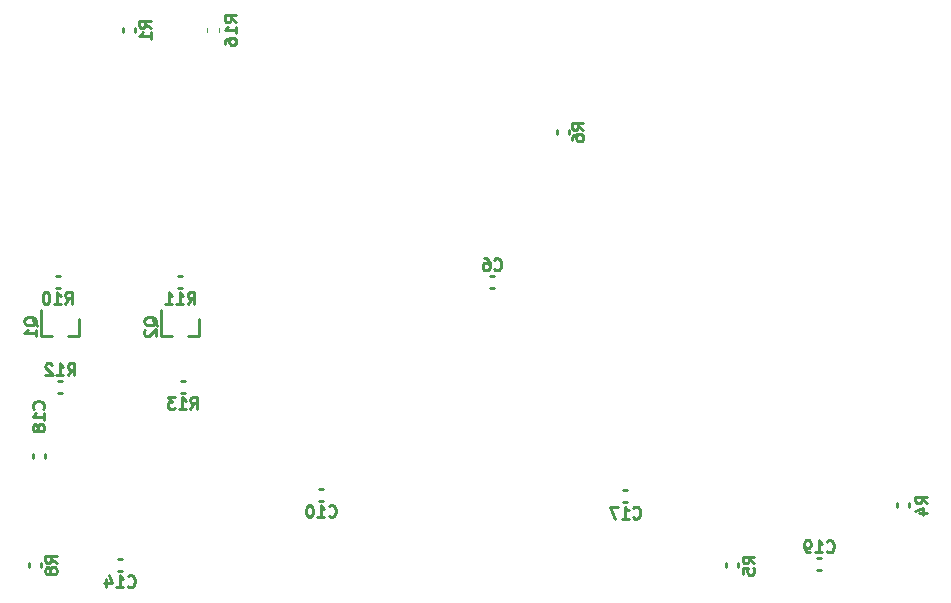
<source format=gbr>
G04 #@! TF.GenerationSoftware,KiCad,Pcbnew,(5.1.5)-3*
G04 #@! TF.CreationDate,2020-05-18T19:59:14+02:00*
G04 #@! TF.ProjectId,PONG_Display,504f4e47-5f44-4697-9370-6c61792e6b69,rev?*
G04 #@! TF.SameCoordinates,Original*
G04 #@! TF.FileFunction,Legend,Bot*
G04 #@! TF.FilePolarity,Positive*
%FSLAX46Y46*%
G04 Gerber Fmt 4.6, Leading zero omitted, Abs format (unit mm)*
G04 Created by KiCad (PCBNEW (5.1.5)-3) date 2020-05-18 19:59:14*
%MOMM*%
%LPD*%
G04 APERTURE LIST*
%ADD10C,0.220000*%
%ADD11C,0.120000*%
%ADD12C,0.250000*%
G04 APERTURE END LIST*
D10*
X35388733Y-47750000D02*
X35731267Y-47750000D01*
X35388733Y-48770000D02*
X35731267Y-48770000D01*
X31752000Y-26752733D02*
X31752000Y-27095267D01*
X30732000Y-26752733D02*
X30732000Y-27095267D01*
X26980000Y-52830000D02*
X26980000Y-51370000D01*
X23820000Y-52830000D02*
X23820000Y-50670000D01*
X23820000Y-52830000D02*
X24750000Y-52830000D01*
X26980000Y-52830000D02*
X26050000Y-52830000D01*
X37140000Y-52830000D02*
X36210000Y-52830000D01*
X33980000Y-52830000D02*
X34910000Y-52830000D01*
X33980000Y-52830000D02*
X33980000Y-50670000D01*
X37140000Y-52830000D02*
X37140000Y-51370000D01*
X62147267Y-48770000D02*
X61804733Y-48770000D01*
X62147267Y-47750000D02*
X61804733Y-47750000D01*
X47326733Y-65784000D02*
X47669267Y-65784000D01*
X47326733Y-66804000D02*
X47669267Y-66804000D01*
X30294733Y-71722000D02*
X30637267Y-71722000D01*
X30294733Y-72742000D02*
X30637267Y-72742000D01*
X73093733Y-66931000D02*
X73436267Y-66931000D01*
X73093733Y-65911000D02*
X73436267Y-65911000D01*
X23112000Y-63163267D02*
X23112000Y-62820733D01*
X24132000Y-63163267D02*
X24132000Y-62820733D01*
X89819267Y-71626000D02*
X89476733Y-71626000D01*
X89819267Y-72646000D02*
X89476733Y-72646000D01*
X97284000Y-67011733D02*
X97284000Y-67354267D01*
X96264000Y-67011733D02*
X96264000Y-67354267D01*
X82806000Y-72434267D02*
X82806000Y-72091733D01*
X81786000Y-72434267D02*
X81786000Y-72091733D01*
X68455000Y-35388733D02*
X68455000Y-35731267D01*
X67435000Y-35388733D02*
X67435000Y-35731267D01*
X23751000Y-72403267D02*
X23751000Y-72060733D01*
X22731000Y-72403267D02*
X22731000Y-72060733D01*
X25011233Y-48770000D02*
X25353767Y-48770000D01*
X25011233Y-47750000D02*
X25353767Y-47750000D01*
X25571267Y-56640000D02*
X25228733Y-56640000D01*
X25571267Y-57660000D02*
X25228733Y-57660000D01*
X35606233Y-57660000D02*
X35948767Y-57660000D01*
X35606233Y-56640000D02*
X35948767Y-56640000D01*
D11*
X38864000Y-27095267D02*
X38864000Y-26752733D01*
X37844000Y-27095267D02*
X37844000Y-26752733D01*
D12*
X36202857Y-50142380D02*
X36536190Y-49666190D01*
X36774285Y-50142380D02*
X36774285Y-49142380D01*
X36393333Y-49142380D01*
X36298095Y-49190000D01*
X36250476Y-49237619D01*
X36202857Y-49332857D01*
X36202857Y-49475714D01*
X36250476Y-49570952D01*
X36298095Y-49618571D01*
X36393333Y-49666190D01*
X36774285Y-49666190D01*
X35250476Y-50142380D02*
X35821904Y-50142380D01*
X35536190Y-50142380D02*
X35536190Y-49142380D01*
X35631428Y-49285238D01*
X35726666Y-49380476D01*
X35821904Y-49428095D01*
X34298095Y-50142380D02*
X34869523Y-50142380D01*
X34583809Y-50142380D02*
X34583809Y-49142380D01*
X34679047Y-49285238D01*
X34774285Y-49380476D01*
X34869523Y-49428095D01*
X33091380Y-26757333D02*
X32615190Y-26424000D01*
X33091380Y-26185904D02*
X32091380Y-26185904D01*
X32091380Y-26566857D01*
X32139000Y-26662095D01*
X32186619Y-26709714D01*
X32281857Y-26757333D01*
X32424714Y-26757333D01*
X32519952Y-26709714D01*
X32567571Y-26662095D01*
X32615190Y-26566857D01*
X32615190Y-26185904D01*
X33091380Y-27709714D02*
X33091380Y-27138285D01*
X33091380Y-27424000D02*
X32091380Y-27424000D01*
X32234238Y-27328761D01*
X32329476Y-27233523D01*
X32377095Y-27138285D01*
X23447619Y-51974761D02*
X23400000Y-51879523D01*
X23304761Y-51784285D01*
X23161904Y-51641428D01*
X23114285Y-51546190D01*
X23114285Y-51450952D01*
X23352380Y-51498571D02*
X23304761Y-51403333D01*
X23209523Y-51308095D01*
X23019047Y-51260476D01*
X22685714Y-51260476D01*
X22495238Y-51308095D01*
X22400000Y-51403333D01*
X22352380Y-51498571D01*
X22352380Y-51689047D01*
X22400000Y-51784285D01*
X22495238Y-51879523D01*
X22685714Y-51927142D01*
X23019047Y-51927142D01*
X23209523Y-51879523D01*
X23304761Y-51784285D01*
X23352380Y-51689047D01*
X23352380Y-51498571D01*
X23352380Y-52879523D02*
X23352380Y-52308095D01*
X23352380Y-52593809D02*
X22352380Y-52593809D01*
X22495238Y-52498571D01*
X22590476Y-52403333D01*
X22638095Y-52308095D01*
X33607619Y-51974761D02*
X33560000Y-51879523D01*
X33464761Y-51784285D01*
X33321904Y-51641428D01*
X33274285Y-51546190D01*
X33274285Y-51450952D01*
X33512380Y-51498571D02*
X33464761Y-51403333D01*
X33369523Y-51308095D01*
X33179047Y-51260476D01*
X32845714Y-51260476D01*
X32655238Y-51308095D01*
X32560000Y-51403333D01*
X32512380Y-51498571D01*
X32512380Y-51689047D01*
X32560000Y-51784285D01*
X32655238Y-51879523D01*
X32845714Y-51927142D01*
X33179047Y-51927142D01*
X33369523Y-51879523D01*
X33464761Y-51784285D01*
X33512380Y-51689047D01*
X33512380Y-51498571D01*
X32607619Y-52308095D02*
X32560000Y-52355714D01*
X32512380Y-52450952D01*
X32512380Y-52689047D01*
X32560000Y-52784285D01*
X32607619Y-52831904D01*
X32702857Y-52879523D01*
X32798095Y-52879523D01*
X32940952Y-52831904D01*
X33512380Y-52260476D01*
X33512380Y-52879523D01*
X62142666Y-47187142D02*
X62190285Y-47234761D01*
X62333142Y-47282380D01*
X62428380Y-47282380D01*
X62571238Y-47234761D01*
X62666476Y-47139523D01*
X62714095Y-47044285D01*
X62761714Y-46853809D01*
X62761714Y-46710952D01*
X62714095Y-46520476D01*
X62666476Y-46425238D01*
X62571238Y-46330000D01*
X62428380Y-46282380D01*
X62333142Y-46282380D01*
X62190285Y-46330000D01*
X62142666Y-46377619D01*
X61285523Y-46282380D02*
X61476000Y-46282380D01*
X61571238Y-46330000D01*
X61618857Y-46377619D01*
X61714095Y-46520476D01*
X61761714Y-46710952D01*
X61761714Y-47091904D01*
X61714095Y-47187142D01*
X61666476Y-47234761D01*
X61571238Y-47282380D01*
X61380761Y-47282380D01*
X61285523Y-47234761D01*
X61237904Y-47187142D01*
X61190285Y-47091904D01*
X61190285Y-46853809D01*
X61237904Y-46758571D01*
X61285523Y-46710952D01*
X61380761Y-46663333D01*
X61571238Y-46663333D01*
X61666476Y-46710952D01*
X61714095Y-46758571D01*
X61761714Y-46853809D01*
X48140857Y-68081142D02*
X48188476Y-68128761D01*
X48331333Y-68176380D01*
X48426571Y-68176380D01*
X48569428Y-68128761D01*
X48664666Y-68033523D01*
X48712285Y-67938285D01*
X48759904Y-67747809D01*
X48759904Y-67604952D01*
X48712285Y-67414476D01*
X48664666Y-67319238D01*
X48569428Y-67224000D01*
X48426571Y-67176380D01*
X48331333Y-67176380D01*
X48188476Y-67224000D01*
X48140857Y-67271619D01*
X47188476Y-68176380D02*
X47759904Y-68176380D01*
X47474190Y-68176380D02*
X47474190Y-67176380D01*
X47569428Y-67319238D01*
X47664666Y-67414476D01*
X47759904Y-67462095D01*
X46569428Y-67176380D02*
X46474190Y-67176380D01*
X46378952Y-67224000D01*
X46331333Y-67271619D01*
X46283714Y-67366857D01*
X46236095Y-67557333D01*
X46236095Y-67795428D01*
X46283714Y-67985904D01*
X46331333Y-68081142D01*
X46378952Y-68128761D01*
X46474190Y-68176380D01*
X46569428Y-68176380D01*
X46664666Y-68128761D01*
X46712285Y-68081142D01*
X46759904Y-67985904D01*
X46807523Y-67795428D01*
X46807523Y-67557333D01*
X46759904Y-67366857D01*
X46712285Y-67271619D01*
X46664666Y-67224000D01*
X46569428Y-67176380D01*
X31108857Y-74019142D02*
X31156476Y-74066761D01*
X31299333Y-74114380D01*
X31394571Y-74114380D01*
X31537428Y-74066761D01*
X31632666Y-73971523D01*
X31680285Y-73876285D01*
X31727904Y-73685809D01*
X31727904Y-73542952D01*
X31680285Y-73352476D01*
X31632666Y-73257238D01*
X31537428Y-73162000D01*
X31394571Y-73114380D01*
X31299333Y-73114380D01*
X31156476Y-73162000D01*
X31108857Y-73209619D01*
X30156476Y-74114380D02*
X30727904Y-74114380D01*
X30442190Y-74114380D02*
X30442190Y-73114380D01*
X30537428Y-73257238D01*
X30632666Y-73352476D01*
X30727904Y-73400095D01*
X29299333Y-73447714D02*
X29299333Y-74114380D01*
X29537428Y-73066761D02*
X29775523Y-73781047D01*
X29156476Y-73781047D01*
X73907857Y-68208142D02*
X73955476Y-68255761D01*
X74098333Y-68303380D01*
X74193571Y-68303380D01*
X74336428Y-68255761D01*
X74431666Y-68160523D01*
X74479285Y-68065285D01*
X74526904Y-67874809D01*
X74526904Y-67731952D01*
X74479285Y-67541476D01*
X74431666Y-67446238D01*
X74336428Y-67351000D01*
X74193571Y-67303380D01*
X74098333Y-67303380D01*
X73955476Y-67351000D01*
X73907857Y-67398619D01*
X72955476Y-68303380D02*
X73526904Y-68303380D01*
X73241190Y-68303380D02*
X73241190Y-67303380D01*
X73336428Y-67446238D01*
X73431666Y-67541476D01*
X73526904Y-67589095D01*
X72622142Y-67303380D02*
X71955476Y-67303380D01*
X72384047Y-68303380D01*
X23969142Y-59009142D02*
X24016761Y-58961523D01*
X24064380Y-58818666D01*
X24064380Y-58723428D01*
X24016761Y-58580571D01*
X23921523Y-58485333D01*
X23826285Y-58437714D01*
X23635809Y-58390095D01*
X23492952Y-58390095D01*
X23302476Y-58437714D01*
X23207238Y-58485333D01*
X23112000Y-58580571D01*
X23064380Y-58723428D01*
X23064380Y-58818666D01*
X23112000Y-58961523D01*
X23159619Y-59009142D01*
X24064380Y-59961523D02*
X24064380Y-59390095D01*
X24064380Y-59675809D02*
X23064380Y-59675809D01*
X23207238Y-59580571D01*
X23302476Y-59485333D01*
X23350095Y-59390095D01*
X23492952Y-60532952D02*
X23445333Y-60437714D01*
X23397714Y-60390095D01*
X23302476Y-60342476D01*
X23254857Y-60342476D01*
X23159619Y-60390095D01*
X23112000Y-60437714D01*
X23064380Y-60532952D01*
X23064380Y-60723428D01*
X23112000Y-60818666D01*
X23159619Y-60866285D01*
X23254857Y-60913904D01*
X23302476Y-60913904D01*
X23397714Y-60866285D01*
X23445333Y-60818666D01*
X23492952Y-60723428D01*
X23492952Y-60532952D01*
X23540571Y-60437714D01*
X23588190Y-60390095D01*
X23683428Y-60342476D01*
X23873904Y-60342476D01*
X23969142Y-60390095D01*
X24016761Y-60437714D01*
X24064380Y-60532952D01*
X24064380Y-60723428D01*
X24016761Y-60818666D01*
X23969142Y-60866285D01*
X23873904Y-60913904D01*
X23683428Y-60913904D01*
X23588190Y-60866285D01*
X23540571Y-60818666D01*
X23492952Y-60723428D01*
X90290857Y-71063142D02*
X90338476Y-71110761D01*
X90481333Y-71158380D01*
X90576571Y-71158380D01*
X90719428Y-71110761D01*
X90814666Y-71015523D01*
X90862285Y-70920285D01*
X90909904Y-70729809D01*
X90909904Y-70586952D01*
X90862285Y-70396476D01*
X90814666Y-70301238D01*
X90719428Y-70206000D01*
X90576571Y-70158380D01*
X90481333Y-70158380D01*
X90338476Y-70206000D01*
X90290857Y-70253619D01*
X89338476Y-71158380D02*
X89909904Y-71158380D01*
X89624190Y-71158380D02*
X89624190Y-70158380D01*
X89719428Y-70301238D01*
X89814666Y-70396476D01*
X89909904Y-70444095D01*
X88862285Y-71158380D02*
X88671809Y-71158380D01*
X88576571Y-71110761D01*
X88528952Y-71063142D01*
X88433714Y-70920285D01*
X88386095Y-70729809D01*
X88386095Y-70348857D01*
X88433714Y-70253619D01*
X88481333Y-70206000D01*
X88576571Y-70158380D01*
X88767047Y-70158380D01*
X88862285Y-70206000D01*
X88909904Y-70253619D01*
X88957523Y-70348857D01*
X88957523Y-70586952D01*
X88909904Y-70682190D01*
X88862285Y-70729809D01*
X88767047Y-70777428D01*
X88576571Y-70777428D01*
X88481333Y-70729809D01*
X88433714Y-70682190D01*
X88386095Y-70586952D01*
X98813880Y-67016333D02*
X98337690Y-66683000D01*
X98813880Y-66444904D02*
X97813880Y-66444904D01*
X97813880Y-66825857D01*
X97861500Y-66921095D01*
X97909119Y-66968714D01*
X98004357Y-67016333D01*
X98147214Y-67016333D01*
X98242452Y-66968714D01*
X98290071Y-66921095D01*
X98337690Y-66825857D01*
X98337690Y-66444904D01*
X98147214Y-67873476D02*
X98813880Y-67873476D01*
X97766261Y-67635380D02*
X98480547Y-67397285D01*
X98480547Y-68016333D01*
X84178380Y-72096333D02*
X83702190Y-71763000D01*
X84178380Y-71524904D02*
X83178380Y-71524904D01*
X83178380Y-71905857D01*
X83226000Y-72001095D01*
X83273619Y-72048714D01*
X83368857Y-72096333D01*
X83511714Y-72096333D01*
X83606952Y-72048714D01*
X83654571Y-72001095D01*
X83702190Y-71905857D01*
X83702190Y-71524904D01*
X83178380Y-73001095D02*
X83178380Y-72524904D01*
X83654571Y-72477285D01*
X83606952Y-72524904D01*
X83559333Y-72620142D01*
X83559333Y-72858238D01*
X83606952Y-72953476D01*
X83654571Y-73001095D01*
X83749809Y-73048714D01*
X83987904Y-73048714D01*
X84083142Y-73001095D01*
X84130761Y-72953476D01*
X84178380Y-72858238D01*
X84178380Y-72620142D01*
X84130761Y-72524904D01*
X84083142Y-72477285D01*
X69702380Y-35393333D02*
X69226190Y-35060000D01*
X69702380Y-34821904D02*
X68702380Y-34821904D01*
X68702380Y-35202857D01*
X68750000Y-35298095D01*
X68797619Y-35345714D01*
X68892857Y-35393333D01*
X69035714Y-35393333D01*
X69130952Y-35345714D01*
X69178571Y-35298095D01*
X69226190Y-35202857D01*
X69226190Y-34821904D01*
X68702380Y-36250476D02*
X68702380Y-36060000D01*
X68750000Y-35964761D01*
X68797619Y-35917142D01*
X68940476Y-35821904D01*
X69130952Y-35774285D01*
X69511904Y-35774285D01*
X69607142Y-35821904D01*
X69654761Y-35869523D01*
X69702380Y-35964761D01*
X69702380Y-36155238D01*
X69654761Y-36250476D01*
X69607142Y-36298095D01*
X69511904Y-36345714D01*
X69273809Y-36345714D01*
X69178571Y-36298095D01*
X69130952Y-36250476D01*
X69083333Y-36155238D01*
X69083333Y-35964761D01*
X69130952Y-35869523D01*
X69178571Y-35821904D01*
X69273809Y-35774285D01*
X25123380Y-72065333D02*
X24647190Y-71732000D01*
X25123380Y-71493904D02*
X24123380Y-71493904D01*
X24123380Y-71874857D01*
X24171000Y-71970095D01*
X24218619Y-72017714D01*
X24313857Y-72065333D01*
X24456714Y-72065333D01*
X24551952Y-72017714D01*
X24599571Y-71970095D01*
X24647190Y-71874857D01*
X24647190Y-71493904D01*
X24551952Y-72636761D02*
X24504333Y-72541523D01*
X24456714Y-72493904D01*
X24361476Y-72446285D01*
X24313857Y-72446285D01*
X24218619Y-72493904D01*
X24171000Y-72541523D01*
X24123380Y-72636761D01*
X24123380Y-72827238D01*
X24171000Y-72922476D01*
X24218619Y-72970095D01*
X24313857Y-73017714D01*
X24361476Y-73017714D01*
X24456714Y-72970095D01*
X24504333Y-72922476D01*
X24551952Y-72827238D01*
X24551952Y-72636761D01*
X24599571Y-72541523D01*
X24647190Y-72493904D01*
X24742428Y-72446285D01*
X24932904Y-72446285D01*
X25028142Y-72493904D01*
X25075761Y-72541523D01*
X25123380Y-72636761D01*
X25123380Y-72827238D01*
X25075761Y-72922476D01*
X25028142Y-72970095D01*
X24932904Y-73017714D01*
X24742428Y-73017714D01*
X24647190Y-72970095D01*
X24599571Y-72922476D01*
X24551952Y-72827238D01*
X25825357Y-50142380D02*
X26158690Y-49666190D01*
X26396785Y-50142380D02*
X26396785Y-49142380D01*
X26015833Y-49142380D01*
X25920595Y-49190000D01*
X25872976Y-49237619D01*
X25825357Y-49332857D01*
X25825357Y-49475714D01*
X25872976Y-49570952D01*
X25920595Y-49618571D01*
X26015833Y-49666190D01*
X26396785Y-49666190D01*
X24872976Y-50142380D02*
X25444404Y-50142380D01*
X25158690Y-50142380D02*
X25158690Y-49142380D01*
X25253928Y-49285238D01*
X25349166Y-49380476D01*
X25444404Y-49428095D01*
X24253928Y-49142380D02*
X24158690Y-49142380D01*
X24063452Y-49190000D01*
X24015833Y-49237619D01*
X23968214Y-49332857D01*
X23920595Y-49523333D01*
X23920595Y-49761428D01*
X23968214Y-49951904D01*
X24015833Y-50047142D01*
X24063452Y-50094761D01*
X24158690Y-50142380D01*
X24253928Y-50142380D01*
X24349166Y-50094761D01*
X24396785Y-50047142D01*
X24444404Y-49951904D01*
X24492023Y-49761428D01*
X24492023Y-49523333D01*
X24444404Y-49332857D01*
X24396785Y-49237619D01*
X24349166Y-49190000D01*
X24253928Y-49142380D01*
X26042857Y-56172380D02*
X26376190Y-55696190D01*
X26614285Y-56172380D02*
X26614285Y-55172380D01*
X26233333Y-55172380D01*
X26138095Y-55220000D01*
X26090476Y-55267619D01*
X26042857Y-55362857D01*
X26042857Y-55505714D01*
X26090476Y-55600952D01*
X26138095Y-55648571D01*
X26233333Y-55696190D01*
X26614285Y-55696190D01*
X25090476Y-56172380D02*
X25661904Y-56172380D01*
X25376190Y-56172380D02*
X25376190Y-55172380D01*
X25471428Y-55315238D01*
X25566666Y-55410476D01*
X25661904Y-55458095D01*
X24709523Y-55267619D02*
X24661904Y-55220000D01*
X24566666Y-55172380D01*
X24328571Y-55172380D01*
X24233333Y-55220000D01*
X24185714Y-55267619D01*
X24138095Y-55362857D01*
X24138095Y-55458095D01*
X24185714Y-55600952D01*
X24757142Y-56172380D01*
X24138095Y-56172380D01*
X36420357Y-59032380D02*
X36753690Y-58556190D01*
X36991785Y-59032380D02*
X36991785Y-58032380D01*
X36610833Y-58032380D01*
X36515595Y-58080000D01*
X36467976Y-58127619D01*
X36420357Y-58222857D01*
X36420357Y-58365714D01*
X36467976Y-58460952D01*
X36515595Y-58508571D01*
X36610833Y-58556190D01*
X36991785Y-58556190D01*
X35467976Y-59032380D02*
X36039404Y-59032380D01*
X35753690Y-59032380D02*
X35753690Y-58032380D01*
X35848928Y-58175238D01*
X35944166Y-58270476D01*
X36039404Y-58318095D01*
X35134642Y-58032380D02*
X34515595Y-58032380D01*
X34848928Y-58413333D01*
X34706071Y-58413333D01*
X34610833Y-58460952D01*
X34563214Y-58508571D01*
X34515595Y-58603809D01*
X34515595Y-58841904D01*
X34563214Y-58937142D01*
X34610833Y-58984761D01*
X34706071Y-59032380D01*
X34991785Y-59032380D01*
X35087023Y-58984761D01*
X35134642Y-58937142D01*
X40330380Y-26281142D02*
X39854190Y-25947809D01*
X40330380Y-25709714D02*
X39330380Y-25709714D01*
X39330380Y-26090666D01*
X39378000Y-26185904D01*
X39425619Y-26233523D01*
X39520857Y-26281142D01*
X39663714Y-26281142D01*
X39758952Y-26233523D01*
X39806571Y-26185904D01*
X39854190Y-26090666D01*
X39854190Y-25709714D01*
X40330380Y-27233523D02*
X40330380Y-26662095D01*
X40330380Y-26947809D02*
X39330380Y-26947809D01*
X39473238Y-26852571D01*
X39568476Y-26757333D01*
X39616095Y-26662095D01*
X39330380Y-28090666D02*
X39330380Y-27900190D01*
X39378000Y-27804952D01*
X39425619Y-27757333D01*
X39568476Y-27662095D01*
X39758952Y-27614476D01*
X40139904Y-27614476D01*
X40235142Y-27662095D01*
X40282761Y-27709714D01*
X40330380Y-27804952D01*
X40330380Y-27995428D01*
X40282761Y-28090666D01*
X40235142Y-28138285D01*
X40139904Y-28185904D01*
X39901809Y-28185904D01*
X39806571Y-28138285D01*
X39758952Y-28090666D01*
X39711333Y-27995428D01*
X39711333Y-27804952D01*
X39758952Y-27709714D01*
X39806571Y-27662095D01*
X39901809Y-27614476D01*
M02*

</source>
